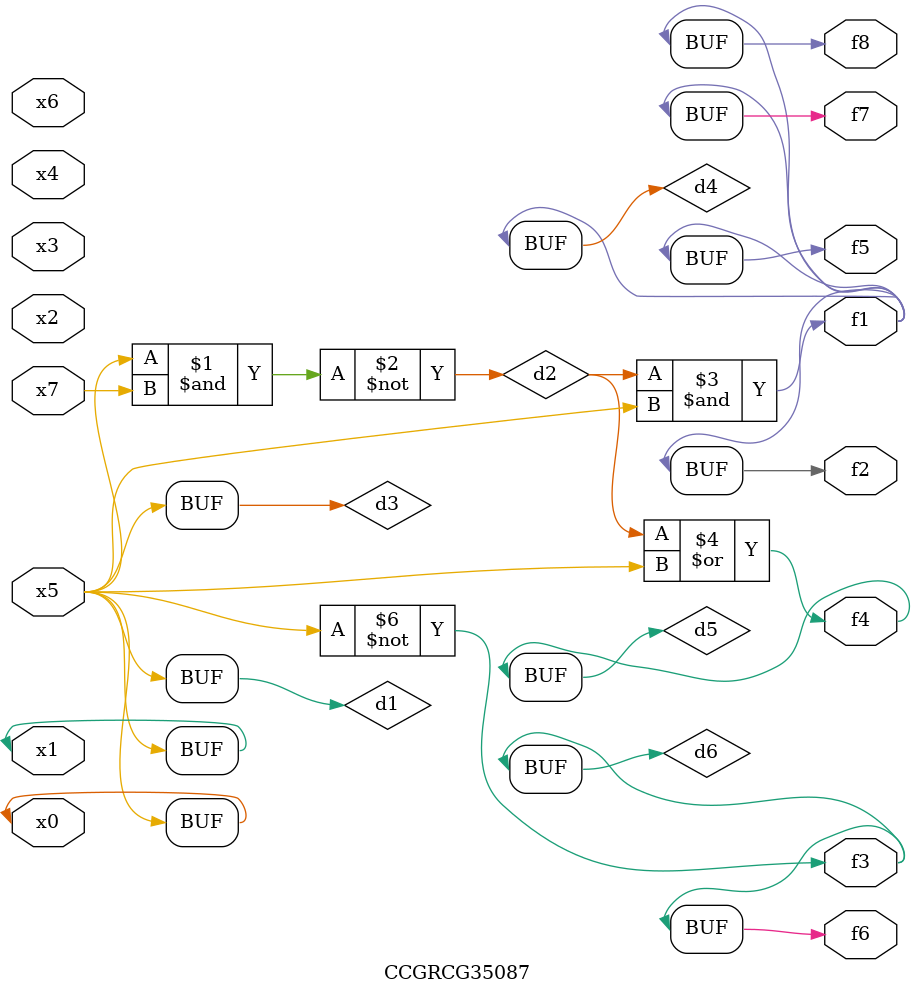
<source format=v>
module CCGRCG35087(
	input x0, x1, x2, x3, x4, x5, x6, x7,
	output f1, f2, f3, f4, f5, f6, f7, f8
);

	wire d1, d2, d3, d4, d5, d6;

	buf (d1, x0, x5);
	nand (d2, x5, x7);
	buf (d3, x0, x1);
	and (d4, d2, d3);
	or (d5, d2, d3);
	nor (d6, d1, d3);
	assign f1 = d4;
	assign f2 = d4;
	assign f3 = d6;
	assign f4 = d5;
	assign f5 = d4;
	assign f6 = d6;
	assign f7 = d4;
	assign f8 = d4;
endmodule

</source>
